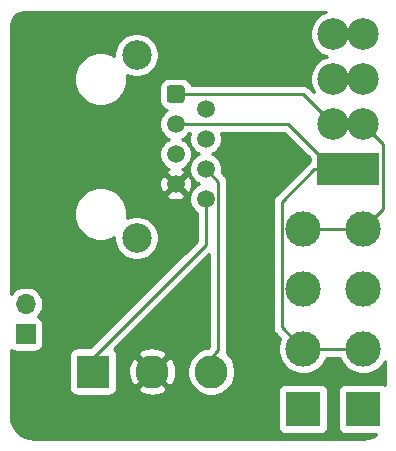
<source format=gbr>
%TF.GenerationSoftware,KiCad,Pcbnew,(5.1.9-0-10_14)*%
%TF.CreationDate,2021-06-18T10:34:29+02:00*%
%TF.ProjectId,RJ45-Terminalblock-Adapter,524a3435-2d54-4657-926d-696e616c626c,rev?*%
%TF.SameCoordinates,Original*%
%TF.FileFunction,Copper,L1,Top*%
%TF.FilePolarity,Positive*%
%FSLAX46Y46*%
G04 Gerber Fmt 4.6, Leading zero omitted, Abs format (unit mm)*
G04 Created by KiCad (PCBNEW (5.1.9-0-10_14)) date 2021-06-18 10:34:29*
%MOMM*%
%LPD*%
G01*
G04 APERTURE LIST*
%TA.AperFunction,ComponentPad*%
%ADD10C,3.000000*%
%TD*%
%TA.AperFunction,ComponentPad*%
%ADD11R,3.000000X3.000000*%
%TD*%
%TA.AperFunction,ComponentPad*%
%ADD12C,2.670000*%
%TD*%
%TA.AperFunction,ComponentPad*%
%ADD13R,2.670000X2.670000*%
%TD*%
%TA.AperFunction,ComponentPad*%
%ADD14C,1.500000*%
%TD*%
%TA.AperFunction,ComponentPad*%
%ADD15C,2.500000*%
%TD*%
%TA.AperFunction,ComponentPad*%
%ADD16R,2.800000X2.800000*%
%TD*%
%TA.AperFunction,ComponentPad*%
%ADD17C,2.800000*%
%TD*%
%TA.AperFunction,ComponentPad*%
%ADD18R,1.700000X1.700000*%
%TD*%
%TA.AperFunction,ComponentPad*%
%ADD19O,1.700000X1.700000*%
%TD*%
%TA.AperFunction,ViaPad*%
%ADD20C,0.800000*%
%TD*%
%TA.AperFunction,Conductor*%
%ADD21C,0.250000*%
%TD*%
%TA.AperFunction,Conductor*%
%ADD22C,0.254000*%
%TD*%
%TA.AperFunction,Conductor*%
%ADD23C,0.100000*%
%TD*%
G04 APERTURE END LIST*
D10*
%TO.P,J3,4*%
%TO.N,/DIR*%
X104140000Y-35560000D03*
%TO.P,J3,3*%
%TO.N,/5V*%
X104140000Y-40640000D03*
%TO.P,J3,2*%
%TO.N,/STEP*%
X104140000Y-45720000D03*
D11*
%TO.P,J3,1*%
%TO.N,/5V*%
X104140000Y-50800000D03*
D10*
%TO.P,J3,4*%
%TO.N,/DIR*%
X99060000Y-35560000D03*
%TO.P,J3,3*%
%TO.N,/5V*%
X99060000Y-40640000D03*
%TO.P,J3,2*%
%TO.N,/STEP*%
X99060000Y-45720000D03*
D11*
%TO.P,J3,1*%
%TO.N,/5V*%
X99060000Y-50800000D03*
%TD*%
D12*
%TO.P,J4,4*%
%TO.N,Net-(J4-Pad4)*%
X104140000Y-19050000D03*
%TO.P,J4,3*%
%TO.N,/5V*%
X104140000Y-22860000D03*
%TO.P,J4,2*%
%TO.N,/DIR*%
X104140000Y-26670000D03*
D13*
%TO.P,J4,1*%
%TO.N,/STEP*%
X104140000Y-30480000D03*
X101600000Y-30480000D03*
D12*
%TO.P,J4,2*%
%TO.N,/DIR*%
X101600000Y-26670000D03*
%TO.P,J4,3*%
%TO.N,/5V*%
X101600000Y-22860000D03*
%TO.P,J4,4*%
%TO.N,Net-(J4-Pad4)*%
X101600000Y-19050000D03*
%TD*%
%TO.P,J1,1*%
%TO.N,/DIR*%
%TA.AperFunction,ComponentPad*%
G36*
G01*
X87765500Y-23380000D02*
X88764500Y-23380000D01*
G75*
G02*
X89015000Y-23630500I0J-250500D01*
G01*
X89015000Y-24629500D01*
G75*
G02*
X88764500Y-24880000I-250500J0D01*
G01*
X87765500Y-24880000D01*
G75*
G02*
X87515000Y-24629500I0J250500D01*
G01*
X87515000Y-23630500D01*
G75*
G02*
X87765500Y-23380000I250500J0D01*
G01*
G37*
%TD.AperFunction*%
D14*
%TO.P,J1,2*%
%TO.N,/5V*%
X90805000Y-25390000D03*
%TO.P,J1,3*%
%TO.N,/STEP*%
X88265000Y-26670000D03*
%TO.P,J1,4*%
%TO.N,Net-(J1-Pad4)*%
X90805000Y-27930000D03*
%TO.P,J1,5*%
%TO.N,Net-(J1-Pad5)*%
X88265000Y-29210000D03*
%TO.P,J1,6*%
%TO.N,/END_SW_2*%
X90805000Y-30470000D03*
%TO.P,J1,7*%
%TO.N,/GND*%
X88265000Y-31750000D03*
D15*
%TO.P,J1,SH*%
%TO.N,N/C*%
X84955000Y-20825000D03*
D14*
%TO.P,J1,8*%
%TO.N,/END_SW_1*%
X90805000Y-33010000D03*
D15*
%TO.P,J1,SH*%
%TO.N,N/C*%
X84955000Y-36315000D03*
%TD*%
D16*
%TO.P,J2,1*%
%TO.N,/END_SW_1*%
X81280000Y-47625000D03*
D17*
%TO.P,J2,2*%
%TO.N,/GND*%
X86280000Y-47625000D03*
%TO.P,J2,3*%
%TO.N,/END_SW_2*%
X91280000Y-47625000D03*
%TD*%
D18*
%TO.P,J5,1*%
%TO.N,Net-(J1-Pad4)*%
X75565000Y-44450000D03*
D19*
%TO.P,J5,2*%
%TO.N,Net-(J1-Pad5)*%
X75565000Y-41910000D03*
%TD*%
D20*
%TO.N,/GND*%
X77470000Y-26670000D03*
X96520000Y-29210000D03*
%TD*%
D21*
%TO.N,/STEP*%
X97790000Y-26670000D02*
X101600000Y-30480000D01*
X88265000Y-26670000D02*
X97790000Y-26670000D01*
X97234999Y-43894999D02*
X99060000Y-45720000D01*
X97234999Y-33260001D02*
X97234999Y-43894999D01*
X100015000Y-30480000D02*
X97234999Y-33260001D01*
X101600000Y-30480000D02*
X100015000Y-30480000D01*
X99060000Y-45720000D02*
X104140000Y-45720000D01*
%TO.N,/DIR*%
X99060000Y-24130000D02*
X101600000Y-26670000D01*
X88265000Y-24130000D02*
X99060000Y-24130000D01*
X105800001Y-33899999D02*
X104140000Y-35560000D01*
X105800001Y-28330001D02*
X105800001Y-33899999D01*
X104140000Y-26670000D02*
X105800001Y-28330001D01*
X104140000Y-35560000D02*
X99060000Y-35560000D01*
%TO.N,/END_SW_2*%
X91880001Y-45834999D02*
X90090000Y-47625000D01*
X91880001Y-31545001D02*
X91880001Y-45834999D01*
X90805000Y-30470000D02*
X91880001Y-31545001D01*
%TO.N,/END_SW_1*%
X90805000Y-36910000D02*
X80090000Y-47625000D01*
X90805000Y-33010000D02*
X90805000Y-36910000D01*
%TD*%
D22*
%TO.N,/GND*%
X100666855Y-17304209D02*
X100344198Y-17519801D01*
X100069801Y-17794198D01*
X99854209Y-18116855D01*
X99705706Y-18475372D01*
X99630000Y-18855972D01*
X99630000Y-19244028D01*
X99705706Y-19624628D01*
X99854209Y-19983145D01*
X100069801Y-20305802D01*
X100344198Y-20580199D01*
X100666855Y-20795791D01*
X101025372Y-20944294D01*
X101079195Y-20955000D01*
X101025372Y-20965706D01*
X100666855Y-21114209D01*
X100344198Y-21329801D01*
X100069801Y-21604198D01*
X99854209Y-21926855D01*
X99705706Y-22285372D01*
X99630000Y-22665972D01*
X99630000Y-23054028D01*
X99705706Y-23434628D01*
X99854209Y-23793145D01*
X99967503Y-23962701D01*
X99623804Y-23619003D01*
X99600001Y-23589999D01*
X99484276Y-23495026D01*
X99352247Y-23424454D01*
X99208986Y-23380997D01*
X99097333Y-23370000D01*
X99097322Y-23370000D01*
X99060000Y-23366324D01*
X99022678Y-23370000D01*
X89609562Y-23370000D01*
X89585433Y-23290458D01*
X89503321Y-23136836D01*
X89392815Y-23002185D01*
X89258164Y-22891679D01*
X89104542Y-22809567D01*
X88937852Y-22759002D01*
X88764500Y-22741928D01*
X87765500Y-22741928D01*
X87592148Y-22759002D01*
X87425458Y-22809567D01*
X87271836Y-22891679D01*
X87137185Y-23002185D01*
X87026679Y-23136836D01*
X86944567Y-23290458D01*
X86894002Y-23457148D01*
X86876928Y-23630500D01*
X86876928Y-24629500D01*
X86894002Y-24802852D01*
X86944567Y-24969542D01*
X87026679Y-25123164D01*
X87137185Y-25257815D01*
X87271836Y-25368321D01*
X87425458Y-25450433D01*
X87543629Y-25486280D01*
X87382114Y-25594201D01*
X87189201Y-25787114D01*
X87037629Y-26013957D01*
X86933225Y-26266011D01*
X86880000Y-26533589D01*
X86880000Y-26806411D01*
X86933225Y-27073989D01*
X87037629Y-27326043D01*
X87189201Y-27552886D01*
X87382114Y-27745799D01*
X87608957Y-27897371D01*
X87711873Y-27940000D01*
X87608957Y-27982629D01*
X87382114Y-28134201D01*
X87189201Y-28327114D01*
X87037629Y-28553957D01*
X86933225Y-28806011D01*
X86880000Y-29073589D01*
X86880000Y-29346411D01*
X86933225Y-29613989D01*
X87037629Y-29866043D01*
X87189201Y-30092886D01*
X87382114Y-30285799D01*
X87608957Y-30437371D01*
X87708279Y-30478511D01*
X87666168Y-30493723D01*
X87553137Y-30554140D01*
X87487612Y-30793007D01*
X88265000Y-31570395D01*
X89042388Y-30793007D01*
X88976863Y-30554140D01*
X88818523Y-30479836D01*
X88921043Y-30437371D01*
X89147886Y-30285799D01*
X89340799Y-30092886D01*
X89492371Y-29866043D01*
X89596775Y-29613989D01*
X89650000Y-29346411D01*
X89650000Y-29073589D01*
X89596775Y-28806011D01*
X89492371Y-28553957D01*
X89340799Y-28327114D01*
X89147886Y-28134201D01*
X88921043Y-27982629D01*
X88818127Y-27940000D01*
X88921043Y-27897371D01*
X89147886Y-27745799D01*
X89340799Y-27552886D01*
X89422909Y-27430000D01*
X89512994Y-27430000D01*
X89473225Y-27526011D01*
X89420000Y-27793589D01*
X89420000Y-28066411D01*
X89473225Y-28333989D01*
X89577629Y-28586043D01*
X89729201Y-28812886D01*
X89922114Y-29005799D01*
X90148957Y-29157371D01*
X90251873Y-29200000D01*
X90148957Y-29242629D01*
X89922114Y-29394201D01*
X89729201Y-29587114D01*
X89577629Y-29813957D01*
X89473225Y-30066011D01*
X89420000Y-30333589D01*
X89420000Y-30606411D01*
X89473225Y-30873989D01*
X89577629Y-31126043D01*
X89729201Y-31352886D01*
X89922114Y-31545799D01*
X90148957Y-31697371D01*
X90251873Y-31740000D01*
X90148957Y-31782629D01*
X89922114Y-31934201D01*
X89729201Y-32127114D01*
X89577629Y-32353957D01*
X89473225Y-32606011D01*
X89420000Y-32873589D01*
X89420000Y-33146411D01*
X89473225Y-33413989D01*
X89577629Y-33666043D01*
X89729201Y-33892886D01*
X89922114Y-34085799D01*
X90045000Y-34167909D01*
X90045001Y-36595197D01*
X81053271Y-45586928D01*
X79880000Y-45586928D01*
X79755518Y-45599188D01*
X79635820Y-45635498D01*
X79525506Y-45694463D01*
X79428815Y-45773815D01*
X79349463Y-45870506D01*
X79290498Y-45980820D01*
X79254188Y-46100518D01*
X79241928Y-46225000D01*
X79241928Y-49025000D01*
X79254188Y-49149482D01*
X79290498Y-49269180D01*
X79349463Y-49379494D01*
X79428815Y-49476185D01*
X79525506Y-49555537D01*
X79635820Y-49614502D01*
X79755518Y-49650812D01*
X79880000Y-49663072D01*
X82680000Y-49663072D01*
X82804482Y-49650812D01*
X82924180Y-49614502D01*
X83034494Y-49555537D01*
X83131185Y-49476185D01*
X83210537Y-49379494D01*
X83269502Y-49269180D01*
X83305812Y-49149482D01*
X83316058Y-49045447D01*
X85039158Y-49045447D01*
X85183135Y-49350770D01*
X85540892Y-49531597D01*
X85927053Y-49639155D01*
X86326777Y-49669310D01*
X86724704Y-49620904D01*
X87105540Y-49495795D01*
X87376865Y-49350770D01*
X87520842Y-49045447D01*
X86280000Y-47804605D01*
X85039158Y-49045447D01*
X83316058Y-49045447D01*
X83318072Y-49025000D01*
X83318072Y-47671777D01*
X84235690Y-47671777D01*
X84284096Y-48069704D01*
X84409205Y-48450540D01*
X84554230Y-48721865D01*
X84859553Y-48865842D01*
X86100395Y-47625000D01*
X86459605Y-47625000D01*
X87700447Y-48865842D01*
X88005770Y-48721865D01*
X88186597Y-48364108D01*
X88294155Y-47977947D01*
X88324310Y-47578223D01*
X88275904Y-47180296D01*
X88150795Y-46799460D01*
X88005770Y-46528135D01*
X87700447Y-46384158D01*
X86459605Y-47625000D01*
X86100395Y-47625000D01*
X84859553Y-46384158D01*
X84554230Y-46528135D01*
X84373403Y-46885892D01*
X84265845Y-47272053D01*
X84235690Y-47671777D01*
X83318072Y-47671777D01*
X83318072Y-46225000D01*
X83316059Y-46204553D01*
X85039158Y-46204553D01*
X86280000Y-47445395D01*
X87520842Y-46204553D01*
X87376865Y-45899230D01*
X87019108Y-45718403D01*
X86632947Y-45610845D01*
X86233223Y-45580690D01*
X85835296Y-45629096D01*
X85454460Y-45754205D01*
X85183135Y-45899230D01*
X85039158Y-46204553D01*
X83316059Y-46204553D01*
X83305812Y-46100518D01*
X83269502Y-45980820D01*
X83210537Y-45870506D01*
X83131185Y-45773815D01*
X83067912Y-45721889D01*
X91120001Y-37669801D01*
X91120002Y-45520196D01*
X91042905Y-45597293D01*
X90686413Y-45668204D01*
X90316066Y-45821607D01*
X89982763Y-46044313D01*
X89699313Y-46327763D01*
X89476607Y-46661066D01*
X89323204Y-47031413D01*
X89245000Y-47424570D01*
X89245000Y-47825430D01*
X89323204Y-48218587D01*
X89476607Y-48588934D01*
X89699313Y-48922237D01*
X89982763Y-49205687D01*
X90316066Y-49428393D01*
X90686413Y-49581796D01*
X91079570Y-49660000D01*
X91480430Y-49660000D01*
X91873587Y-49581796D01*
X92243934Y-49428393D01*
X92436087Y-49300000D01*
X96921928Y-49300000D01*
X96921928Y-52300000D01*
X96934188Y-52424482D01*
X96970498Y-52544180D01*
X97029463Y-52654494D01*
X97108815Y-52751185D01*
X97205506Y-52830537D01*
X97315820Y-52889502D01*
X97435518Y-52925812D01*
X97560000Y-52938072D01*
X100560000Y-52938072D01*
X100684482Y-52925812D01*
X100804180Y-52889502D01*
X100914494Y-52830537D01*
X101011185Y-52751185D01*
X101090537Y-52654494D01*
X101149502Y-52544180D01*
X101185812Y-52424482D01*
X101198072Y-52300000D01*
X101198072Y-49300000D01*
X101185812Y-49175518D01*
X101149502Y-49055820D01*
X101090537Y-48945506D01*
X101011185Y-48848815D01*
X100914494Y-48769463D01*
X100804180Y-48710498D01*
X100684482Y-48674188D01*
X100560000Y-48661928D01*
X97560000Y-48661928D01*
X97435518Y-48674188D01*
X97315820Y-48710498D01*
X97205506Y-48769463D01*
X97108815Y-48848815D01*
X97029463Y-48945506D01*
X96970498Y-49055820D01*
X96934188Y-49175518D01*
X96921928Y-49300000D01*
X92436087Y-49300000D01*
X92577237Y-49205687D01*
X92860687Y-48922237D01*
X93083393Y-48588934D01*
X93236796Y-48218587D01*
X93315000Y-47825430D01*
X93315000Y-47424570D01*
X93236796Y-47031413D01*
X93083393Y-46661066D01*
X92860687Y-46327763D01*
X92602915Y-46069991D01*
X92629004Y-45983985D01*
X92640001Y-45872332D01*
X92640001Y-45872324D01*
X92643677Y-45834999D01*
X92640001Y-45797674D01*
X92640001Y-31582323D01*
X92643677Y-31545001D01*
X92640001Y-31507678D01*
X92640001Y-31507668D01*
X92629004Y-31396015D01*
X92585547Y-31252754D01*
X92549623Y-31185546D01*
X92514975Y-31120724D01*
X92443800Y-31033998D01*
X92420002Y-31005000D01*
X92391005Y-30981203D01*
X92161167Y-30751365D01*
X92190000Y-30606411D01*
X92190000Y-30333589D01*
X92136775Y-30066011D01*
X92032371Y-29813957D01*
X91880799Y-29587114D01*
X91687886Y-29394201D01*
X91461043Y-29242629D01*
X91358127Y-29200000D01*
X91461043Y-29157371D01*
X91687886Y-29005799D01*
X91880799Y-28812886D01*
X92032371Y-28586043D01*
X92136775Y-28333989D01*
X92190000Y-28066411D01*
X92190000Y-27793589D01*
X92136775Y-27526011D01*
X92097006Y-27430000D01*
X97475199Y-27430000D01*
X99626928Y-29581730D01*
X99626928Y-29825674D01*
X99590723Y-29845026D01*
X99516182Y-29906201D01*
X99474999Y-29939999D01*
X99451201Y-29968997D01*
X96724002Y-32696197D01*
X96694998Y-32720000D01*
X96639870Y-32787175D01*
X96600025Y-32835725D01*
X96541156Y-32945860D01*
X96529453Y-32967755D01*
X96485996Y-33111016D01*
X96474999Y-33222669D01*
X96474999Y-33222679D01*
X96471323Y-33260001D01*
X96474999Y-33297323D01*
X96475000Y-43857667D01*
X96471323Y-43894999D01*
X96485997Y-44043984D01*
X96529453Y-44187245D01*
X96600025Y-44319275D01*
X96632641Y-44359017D01*
X96694999Y-44435000D01*
X96723997Y-44458798D01*
X97111140Y-44845941D01*
X97007047Y-45097244D01*
X96925000Y-45509721D01*
X96925000Y-45930279D01*
X97007047Y-46342756D01*
X97167988Y-46731302D01*
X97401637Y-47080983D01*
X97699017Y-47378363D01*
X98048698Y-47612012D01*
X98437244Y-47772953D01*
X98849721Y-47855000D01*
X99270279Y-47855000D01*
X99682756Y-47772953D01*
X100071302Y-47612012D01*
X100420983Y-47378363D01*
X100718363Y-47080983D01*
X100952012Y-46731302D01*
X101056105Y-46480000D01*
X102143895Y-46480000D01*
X102247988Y-46731302D01*
X102481637Y-47080983D01*
X102779017Y-47378363D01*
X103128698Y-47612012D01*
X103517244Y-47772953D01*
X103929721Y-47855000D01*
X104350279Y-47855000D01*
X104762756Y-47772953D01*
X105151302Y-47612012D01*
X105500983Y-47378363D01*
X105798363Y-47080983D01*
X106020001Y-46749278D01*
X106020001Y-48790396D01*
X105994494Y-48769463D01*
X105884180Y-48710498D01*
X105764482Y-48674188D01*
X105640000Y-48661928D01*
X102640000Y-48661928D01*
X102515518Y-48674188D01*
X102395820Y-48710498D01*
X102285506Y-48769463D01*
X102188815Y-48848815D01*
X102109463Y-48945506D01*
X102050498Y-49055820D01*
X102014188Y-49175518D01*
X102001928Y-49300000D01*
X102001928Y-52300000D01*
X102014188Y-52424482D01*
X102050498Y-52544180D01*
X102109463Y-52654494D01*
X102188815Y-52751185D01*
X102285506Y-52830537D01*
X102395820Y-52889502D01*
X102515518Y-52925812D01*
X102640000Y-52938072D01*
X105253452Y-52938072D01*
X105189514Y-52990965D01*
X104867304Y-53165184D01*
X104517385Y-53273502D01*
X104122557Y-53315000D01*
X76232279Y-53315000D01*
X75835455Y-53276091D01*
X75484794Y-53170220D01*
X75161377Y-52998257D01*
X74877518Y-52766748D01*
X74644035Y-52484514D01*
X74469816Y-52162304D01*
X74361498Y-51812385D01*
X74320000Y-51417557D01*
X74320000Y-45797295D01*
X74360506Y-45830537D01*
X74470820Y-45889502D01*
X74590518Y-45925812D01*
X74715000Y-45938072D01*
X76415000Y-45938072D01*
X76539482Y-45925812D01*
X76659180Y-45889502D01*
X76769494Y-45830537D01*
X76866185Y-45751185D01*
X76945537Y-45654494D01*
X77004502Y-45544180D01*
X77040812Y-45424482D01*
X77053072Y-45300000D01*
X77053072Y-43600000D01*
X77040812Y-43475518D01*
X77004502Y-43355820D01*
X76945537Y-43245506D01*
X76866185Y-43148815D01*
X76769494Y-43069463D01*
X76659180Y-43010498D01*
X76586620Y-42988487D01*
X76718475Y-42856632D01*
X76880990Y-42613411D01*
X76992932Y-42343158D01*
X77050000Y-42056260D01*
X77050000Y-41763740D01*
X76992932Y-41476842D01*
X76880990Y-41206589D01*
X76718475Y-40963368D01*
X76511632Y-40756525D01*
X76268411Y-40594010D01*
X75998158Y-40482068D01*
X75711260Y-40425000D01*
X75418740Y-40425000D01*
X75131842Y-40482068D01*
X74861589Y-40594010D01*
X74618368Y-40756525D01*
X74411525Y-40963368D01*
X74320000Y-41100345D01*
X74320000Y-34062409D01*
X79645000Y-34062409D01*
X79645000Y-34507591D01*
X79731851Y-34944218D01*
X79902214Y-35355511D01*
X80149544Y-35725666D01*
X80464334Y-36040456D01*
X80834489Y-36287786D01*
X81245782Y-36458149D01*
X81682409Y-36545000D01*
X82127591Y-36545000D01*
X82564218Y-36458149D01*
X82975511Y-36287786D01*
X83070000Y-36224650D01*
X83070000Y-36500656D01*
X83142439Y-36864834D01*
X83284534Y-37207882D01*
X83490825Y-37516618D01*
X83753382Y-37779175D01*
X84062118Y-37985466D01*
X84405166Y-38127561D01*
X84769344Y-38200000D01*
X85140656Y-38200000D01*
X85504834Y-38127561D01*
X85847882Y-37985466D01*
X86156618Y-37779175D01*
X86419175Y-37516618D01*
X86625466Y-37207882D01*
X86767561Y-36864834D01*
X86840000Y-36500656D01*
X86840000Y-36129344D01*
X86767561Y-35765166D01*
X86625466Y-35422118D01*
X86419175Y-35113382D01*
X86156618Y-34850825D01*
X85847882Y-34644534D01*
X85504834Y-34502439D01*
X85140656Y-34430000D01*
X84769344Y-34430000D01*
X84405166Y-34502439D01*
X84144552Y-34610389D01*
X84165000Y-34507591D01*
X84165000Y-34062409D01*
X84078149Y-33625782D01*
X83907786Y-33214489D01*
X83660456Y-32844334D01*
X83523115Y-32706993D01*
X87487612Y-32706993D01*
X87553137Y-32945860D01*
X87800116Y-33061760D01*
X88064960Y-33127250D01*
X88337492Y-33139812D01*
X88607238Y-33098965D01*
X88863832Y-33006277D01*
X88976863Y-32945860D01*
X89042388Y-32706993D01*
X88265000Y-31929605D01*
X87487612Y-32706993D01*
X83523115Y-32706993D01*
X83345666Y-32529544D01*
X82975511Y-32282214D01*
X82564218Y-32111851D01*
X82127591Y-32025000D01*
X81682409Y-32025000D01*
X81245782Y-32111851D01*
X80834489Y-32282214D01*
X80464334Y-32529544D01*
X80149544Y-32844334D01*
X79902214Y-33214489D01*
X79731851Y-33625782D01*
X79645000Y-34062409D01*
X74320000Y-34062409D01*
X74320000Y-31822492D01*
X86875188Y-31822492D01*
X86916035Y-32092238D01*
X87008723Y-32348832D01*
X87069140Y-32461863D01*
X87308007Y-32527388D01*
X88085395Y-31750000D01*
X88444605Y-31750000D01*
X89221993Y-32527388D01*
X89460860Y-32461863D01*
X89576760Y-32214884D01*
X89642250Y-31950040D01*
X89654812Y-31677508D01*
X89613965Y-31407762D01*
X89521277Y-31151168D01*
X89460860Y-31038137D01*
X89221993Y-30972612D01*
X88444605Y-31750000D01*
X88085395Y-31750000D01*
X87308007Y-30972612D01*
X87069140Y-31038137D01*
X86953240Y-31285116D01*
X86887750Y-31549960D01*
X86875188Y-31822492D01*
X74320000Y-31822492D01*
X74320000Y-22632409D01*
X79645000Y-22632409D01*
X79645000Y-23077591D01*
X79731851Y-23514218D01*
X79902214Y-23925511D01*
X80149544Y-24295666D01*
X80464334Y-24610456D01*
X80834489Y-24857786D01*
X81245782Y-25028149D01*
X81682409Y-25115000D01*
X82127591Y-25115000D01*
X82564218Y-25028149D01*
X82975511Y-24857786D01*
X83345666Y-24610456D01*
X83660456Y-24295666D01*
X83907786Y-23925511D01*
X84078149Y-23514218D01*
X84165000Y-23077591D01*
X84165000Y-22632409D01*
X84144552Y-22529611D01*
X84405166Y-22637561D01*
X84769344Y-22710000D01*
X85140656Y-22710000D01*
X85504834Y-22637561D01*
X85847882Y-22495466D01*
X86156618Y-22289175D01*
X86419175Y-22026618D01*
X86625466Y-21717882D01*
X86767561Y-21374834D01*
X86840000Y-21010656D01*
X86840000Y-20639344D01*
X86767561Y-20275166D01*
X86625466Y-19932118D01*
X86419175Y-19623382D01*
X86156618Y-19360825D01*
X85847882Y-19154534D01*
X85504834Y-19012439D01*
X85140656Y-18940000D01*
X84769344Y-18940000D01*
X84405166Y-19012439D01*
X84062118Y-19154534D01*
X83753382Y-19360825D01*
X83490825Y-19623382D01*
X83284534Y-19932118D01*
X83142439Y-20275166D01*
X83070000Y-20639344D01*
X83070000Y-20915350D01*
X82975511Y-20852214D01*
X82564218Y-20681851D01*
X82127591Y-20595000D01*
X81682409Y-20595000D01*
X81245782Y-20681851D01*
X80834489Y-20852214D01*
X80464334Y-21099544D01*
X80149544Y-21414334D01*
X79902214Y-21784489D01*
X79731851Y-22195782D01*
X79645000Y-22632409D01*
X74320000Y-22632409D01*
X74320000Y-18447277D01*
X74346815Y-18173796D01*
X74416867Y-17941774D01*
X74530650Y-17727778D01*
X74683832Y-17539959D01*
X74870577Y-17385470D01*
X75083769Y-17270199D01*
X75315300Y-17198528D01*
X75586725Y-17170000D01*
X100990863Y-17170000D01*
X100666855Y-17304209D01*
%TA.AperFunction,Conductor*%
D23*
G36*
X100666855Y-17304209D02*
G01*
X100344198Y-17519801D01*
X100069801Y-17794198D01*
X99854209Y-18116855D01*
X99705706Y-18475372D01*
X99630000Y-18855972D01*
X99630000Y-19244028D01*
X99705706Y-19624628D01*
X99854209Y-19983145D01*
X100069801Y-20305802D01*
X100344198Y-20580199D01*
X100666855Y-20795791D01*
X101025372Y-20944294D01*
X101079195Y-20955000D01*
X101025372Y-20965706D01*
X100666855Y-21114209D01*
X100344198Y-21329801D01*
X100069801Y-21604198D01*
X99854209Y-21926855D01*
X99705706Y-22285372D01*
X99630000Y-22665972D01*
X99630000Y-23054028D01*
X99705706Y-23434628D01*
X99854209Y-23793145D01*
X99967503Y-23962701D01*
X99623804Y-23619003D01*
X99600001Y-23589999D01*
X99484276Y-23495026D01*
X99352247Y-23424454D01*
X99208986Y-23380997D01*
X99097333Y-23370000D01*
X99097322Y-23370000D01*
X99060000Y-23366324D01*
X99022678Y-23370000D01*
X89609562Y-23370000D01*
X89585433Y-23290458D01*
X89503321Y-23136836D01*
X89392815Y-23002185D01*
X89258164Y-22891679D01*
X89104542Y-22809567D01*
X88937852Y-22759002D01*
X88764500Y-22741928D01*
X87765500Y-22741928D01*
X87592148Y-22759002D01*
X87425458Y-22809567D01*
X87271836Y-22891679D01*
X87137185Y-23002185D01*
X87026679Y-23136836D01*
X86944567Y-23290458D01*
X86894002Y-23457148D01*
X86876928Y-23630500D01*
X86876928Y-24629500D01*
X86894002Y-24802852D01*
X86944567Y-24969542D01*
X87026679Y-25123164D01*
X87137185Y-25257815D01*
X87271836Y-25368321D01*
X87425458Y-25450433D01*
X87543629Y-25486280D01*
X87382114Y-25594201D01*
X87189201Y-25787114D01*
X87037629Y-26013957D01*
X86933225Y-26266011D01*
X86880000Y-26533589D01*
X86880000Y-26806411D01*
X86933225Y-27073989D01*
X87037629Y-27326043D01*
X87189201Y-27552886D01*
X87382114Y-27745799D01*
X87608957Y-27897371D01*
X87711873Y-27940000D01*
X87608957Y-27982629D01*
X87382114Y-28134201D01*
X87189201Y-28327114D01*
X87037629Y-28553957D01*
X86933225Y-28806011D01*
X86880000Y-29073589D01*
X86880000Y-29346411D01*
X86933225Y-29613989D01*
X87037629Y-29866043D01*
X87189201Y-30092886D01*
X87382114Y-30285799D01*
X87608957Y-30437371D01*
X87708279Y-30478511D01*
X87666168Y-30493723D01*
X87553137Y-30554140D01*
X87487612Y-30793007D01*
X88265000Y-31570395D01*
X89042388Y-30793007D01*
X88976863Y-30554140D01*
X88818523Y-30479836D01*
X88921043Y-30437371D01*
X89147886Y-30285799D01*
X89340799Y-30092886D01*
X89492371Y-29866043D01*
X89596775Y-29613989D01*
X89650000Y-29346411D01*
X89650000Y-29073589D01*
X89596775Y-28806011D01*
X89492371Y-28553957D01*
X89340799Y-28327114D01*
X89147886Y-28134201D01*
X88921043Y-27982629D01*
X88818127Y-27940000D01*
X88921043Y-27897371D01*
X89147886Y-27745799D01*
X89340799Y-27552886D01*
X89422909Y-27430000D01*
X89512994Y-27430000D01*
X89473225Y-27526011D01*
X89420000Y-27793589D01*
X89420000Y-28066411D01*
X89473225Y-28333989D01*
X89577629Y-28586043D01*
X89729201Y-28812886D01*
X89922114Y-29005799D01*
X90148957Y-29157371D01*
X90251873Y-29200000D01*
X90148957Y-29242629D01*
X89922114Y-29394201D01*
X89729201Y-29587114D01*
X89577629Y-29813957D01*
X89473225Y-30066011D01*
X89420000Y-30333589D01*
X89420000Y-30606411D01*
X89473225Y-30873989D01*
X89577629Y-31126043D01*
X89729201Y-31352886D01*
X89922114Y-31545799D01*
X90148957Y-31697371D01*
X90251873Y-31740000D01*
X90148957Y-31782629D01*
X89922114Y-31934201D01*
X89729201Y-32127114D01*
X89577629Y-32353957D01*
X89473225Y-32606011D01*
X89420000Y-32873589D01*
X89420000Y-33146411D01*
X89473225Y-33413989D01*
X89577629Y-33666043D01*
X89729201Y-33892886D01*
X89922114Y-34085799D01*
X90045000Y-34167909D01*
X90045001Y-36595197D01*
X81053271Y-45586928D01*
X79880000Y-45586928D01*
X79755518Y-45599188D01*
X79635820Y-45635498D01*
X79525506Y-45694463D01*
X79428815Y-45773815D01*
X79349463Y-45870506D01*
X79290498Y-45980820D01*
X79254188Y-46100518D01*
X79241928Y-46225000D01*
X79241928Y-49025000D01*
X79254188Y-49149482D01*
X79290498Y-49269180D01*
X79349463Y-49379494D01*
X79428815Y-49476185D01*
X79525506Y-49555537D01*
X79635820Y-49614502D01*
X79755518Y-49650812D01*
X79880000Y-49663072D01*
X82680000Y-49663072D01*
X82804482Y-49650812D01*
X82924180Y-49614502D01*
X83034494Y-49555537D01*
X83131185Y-49476185D01*
X83210537Y-49379494D01*
X83269502Y-49269180D01*
X83305812Y-49149482D01*
X83316058Y-49045447D01*
X85039158Y-49045447D01*
X85183135Y-49350770D01*
X85540892Y-49531597D01*
X85927053Y-49639155D01*
X86326777Y-49669310D01*
X86724704Y-49620904D01*
X87105540Y-49495795D01*
X87376865Y-49350770D01*
X87520842Y-49045447D01*
X86280000Y-47804605D01*
X85039158Y-49045447D01*
X83316058Y-49045447D01*
X83318072Y-49025000D01*
X83318072Y-47671777D01*
X84235690Y-47671777D01*
X84284096Y-48069704D01*
X84409205Y-48450540D01*
X84554230Y-48721865D01*
X84859553Y-48865842D01*
X86100395Y-47625000D01*
X86459605Y-47625000D01*
X87700447Y-48865842D01*
X88005770Y-48721865D01*
X88186597Y-48364108D01*
X88294155Y-47977947D01*
X88324310Y-47578223D01*
X88275904Y-47180296D01*
X88150795Y-46799460D01*
X88005770Y-46528135D01*
X87700447Y-46384158D01*
X86459605Y-47625000D01*
X86100395Y-47625000D01*
X84859553Y-46384158D01*
X84554230Y-46528135D01*
X84373403Y-46885892D01*
X84265845Y-47272053D01*
X84235690Y-47671777D01*
X83318072Y-47671777D01*
X83318072Y-46225000D01*
X83316059Y-46204553D01*
X85039158Y-46204553D01*
X86280000Y-47445395D01*
X87520842Y-46204553D01*
X87376865Y-45899230D01*
X87019108Y-45718403D01*
X86632947Y-45610845D01*
X86233223Y-45580690D01*
X85835296Y-45629096D01*
X85454460Y-45754205D01*
X85183135Y-45899230D01*
X85039158Y-46204553D01*
X83316059Y-46204553D01*
X83305812Y-46100518D01*
X83269502Y-45980820D01*
X83210537Y-45870506D01*
X83131185Y-45773815D01*
X83067912Y-45721889D01*
X91120001Y-37669801D01*
X91120002Y-45520196D01*
X91042905Y-45597293D01*
X90686413Y-45668204D01*
X90316066Y-45821607D01*
X89982763Y-46044313D01*
X89699313Y-46327763D01*
X89476607Y-46661066D01*
X89323204Y-47031413D01*
X89245000Y-47424570D01*
X89245000Y-47825430D01*
X89323204Y-48218587D01*
X89476607Y-48588934D01*
X89699313Y-48922237D01*
X89982763Y-49205687D01*
X90316066Y-49428393D01*
X90686413Y-49581796D01*
X91079570Y-49660000D01*
X91480430Y-49660000D01*
X91873587Y-49581796D01*
X92243934Y-49428393D01*
X92436087Y-49300000D01*
X96921928Y-49300000D01*
X96921928Y-52300000D01*
X96934188Y-52424482D01*
X96970498Y-52544180D01*
X97029463Y-52654494D01*
X97108815Y-52751185D01*
X97205506Y-52830537D01*
X97315820Y-52889502D01*
X97435518Y-52925812D01*
X97560000Y-52938072D01*
X100560000Y-52938072D01*
X100684482Y-52925812D01*
X100804180Y-52889502D01*
X100914494Y-52830537D01*
X101011185Y-52751185D01*
X101090537Y-52654494D01*
X101149502Y-52544180D01*
X101185812Y-52424482D01*
X101198072Y-52300000D01*
X101198072Y-49300000D01*
X101185812Y-49175518D01*
X101149502Y-49055820D01*
X101090537Y-48945506D01*
X101011185Y-48848815D01*
X100914494Y-48769463D01*
X100804180Y-48710498D01*
X100684482Y-48674188D01*
X100560000Y-48661928D01*
X97560000Y-48661928D01*
X97435518Y-48674188D01*
X97315820Y-48710498D01*
X97205506Y-48769463D01*
X97108815Y-48848815D01*
X97029463Y-48945506D01*
X96970498Y-49055820D01*
X96934188Y-49175518D01*
X96921928Y-49300000D01*
X92436087Y-49300000D01*
X92577237Y-49205687D01*
X92860687Y-48922237D01*
X93083393Y-48588934D01*
X93236796Y-48218587D01*
X93315000Y-47825430D01*
X93315000Y-47424570D01*
X93236796Y-47031413D01*
X93083393Y-46661066D01*
X92860687Y-46327763D01*
X92602915Y-46069991D01*
X92629004Y-45983985D01*
X92640001Y-45872332D01*
X92640001Y-45872324D01*
X92643677Y-45834999D01*
X92640001Y-45797674D01*
X92640001Y-31582323D01*
X92643677Y-31545001D01*
X92640001Y-31507678D01*
X92640001Y-31507668D01*
X92629004Y-31396015D01*
X92585547Y-31252754D01*
X92549623Y-31185546D01*
X92514975Y-31120724D01*
X92443800Y-31033998D01*
X92420002Y-31005000D01*
X92391005Y-30981203D01*
X92161167Y-30751365D01*
X92190000Y-30606411D01*
X92190000Y-30333589D01*
X92136775Y-30066011D01*
X92032371Y-29813957D01*
X91880799Y-29587114D01*
X91687886Y-29394201D01*
X91461043Y-29242629D01*
X91358127Y-29200000D01*
X91461043Y-29157371D01*
X91687886Y-29005799D01*
X91880799Y-28812886D01*
X92032371Y-28586043D01*
X92136775Y-28333989D01*
X92190000Y-28066411D01*
X92190000Y-27793589D01*
X92136775Y-27526011D01*
X92097006Y-27430000D01*
X97475199Y-27430000D01*
X99626928Y-29581730D01*
X99626928Y-29825674D01*
X99590723Y-29845026D01*
X99516182Y-29906201D01*
X99474999Y-29939999D01*
X99451201Y-29968997D01*
X96724002Y-32696197D01*
X96694998Y-32720000D01*
X96639870Y-32787175D01*
X96600025Y-32835725D01*
X96541156Y-32945860D01*
X96529453Y-32967755D01*
X96485996Y-33111016D01*
X96474999Y-33222669D01*
X96474999Y-33222679D01*
X96471323Y-33260001D01*
X96474999Y-33297323D01*
X96475000Y-43857667D01*
X96471323Y-43894999D01*
X96485997Y-44043984D01*
X96529453Y-44187245D01*
X96600025Y-44319275D01*
X96632641Y-44359017D01*
X96694999Y-44435000D01*
X96723997Y-44458798D01*
X97111140Y-44845941D01*
X97007047Y-45097244D01*
X96925000Y-45509721D01*
X96925000Y-45930279D01*
X97007047Y-46342756D01*
X97167988Y-46731302D01*
X97401637Y-47080983D01*
X97699017Y-47378363D01*
X98048698Y-47612012D01*
X98437244Y-47772953D01*
X98849721Y-47855000D01*
X99270279Y-47855000D01*
X99682756Y-47772953D01*
X100071302Y-47612012D01*
X100420983Y-47378363D01*
X100718363Y-47080983D01*
X100952012Y-46731302D01*
X101056105Y-46480000D01*
X102143895Y-46480000D01*
X102247988Y-46731302D01*
X102481637Y-47080983D01*
X102779017Y-47378363D01*
X103128698Y-47612012D01*
X103517244Y-47772953D01*
X103929721Y-47855000D01*
X104350279Y-47855000D01*
X104762756Y-47772953D01*
X105151302Y-47612012D01*
X105500983Y-47378363D01*
X105798363Y-47080983D01*
X106020001Y-46749278D01*
X106020001Y-48790396D01*
X105994494Y-48769463D01*
X105884180Y-48710498D01*
X105764482Y-48674188D01*
X105640000Y-48661928D01*
X102640000Y-48661928D01*
X102515518Y-48674188D01*
X102395820Y-48710498D01*
X102285506Y-48769463D01*
X102188815Y-48848815D01*
X102109463Y-48945506D01*
X102050498Y-49055820D01*
X102014188Y-49175518D01*
X102001928Y-49300000D01*
X102001928Y-52300000D01*
X102014188Y-52424482D01*
X102050498Y-52544180D01*
X102109463Y-52654494D01*
X102188815Y-52751185D01*
X102285506Y-52830537D01*
X102395820Y-52889502D01*
X102515518Y-52925812D01*
X102640000Y-52938072D01*
X105253452Y-52938072D01*
X105189514Y-52990965D01*
X104867304Y-53165184D01*
X104517385Y-53273502D01*
X104122557Y-53315000D01*
X76232279Y-53315000D01*
X75835455Y-53276091D01*
X75484794Y-53170220D01*
X75161377Y-52998257D01*
X74877518Y-52766748D01*
X74644035Y-52484514D01*
X74469816Y-52162304D01*
X74361498Y-51812385D01*
X74320000Y-51417557D01*
X74320000Y-45797295D01*
X74360506Y-45830537D01*
X74470820Y-45889502D01*
X74590518Y-45925812D01*
X74715000Y-45938072D01*
X76415000Y-45938072D01*
X76539482Y-45925812D01*
X76659180Y-45889502D01*
X76769494Y-45830537D01*
X76866185Y-45751185D01*
X76945537Y-45654494D01*
X77004502Y-45544180D01*
X77040812Y-45424482D01*
X77053072Y-45300000D01*
X77053072Y-43600000D01*
X77040812Y-43475518D01*
X77004502Y-43355820D01*
X76945537Y-43245506D01*
X76866185Y-43148815D01*
X76769494Y-43069463D01*
X76659180Y-43010498D01*
X76586620Y-42988487D01*
X76718475Y-42856632D01*
X76880990Y-42613411D01*
X76992932Y-42343158D01*
X77050000Y-42056260D01*
X77050000Y-41763740D01*
X76992932Y-41476842D01*
X76880990Y-41206589D01*
X76718475Y-40963368D01*
X76511632Y-40756525D01*
X76268411Y-40594010D01*
X75998158Y-40482068D01*
X75711260Y-40425000D01*
X75418740Y-40425000D01*
X75131842Y-40482068D01*
X74861589Y-40594010D01*
X74618368Y-40756525D01*
X74411525Y-40963368D01*
X74320000Y-41100345D01*
X74320000Y-34062409D01*
X79645000Y-34062409D01*
X79645000Y-34507591D01*
X79731851Y-34944218D01*
X79902214Y-35355511D01*
X80149544Y-35725666D01*
X80464334Y-36040456D01*
X80834489Y-36287786D01*
X81245782Y-36458149D01*
X81682409Y-36545000D01*
X82127591Y-36545000D01*
X82564218Y-36458149D01*
X82975511Y-36287786D01*
X83070000Y-36224650D01*
X83070000Y-36500656D01*
X83142439Y-36864834D01*
X83284534Y-37207882D01*
X83490825Y-37516618D01*
X83753382Y-37779175D01*
X84062118Y-37985466D01*
X84405166Y-38127561D01*
X84769344Y-38200000D01*
X85140656Y-38200000D01*
X85504834Y-38127561D01*
X85847882Y-37985466D01*
X86156618Y-37779175D01*
X86419175Y-37516618D01*
X86625466Y-37207882D01*
X86767561Y-36864834D01*
X86840000Y-36500656D01*
X86840000Y-36129344D01*
X86767561Y-35765166D01*
X86625466Y-35422118D01*
X86419175Y-35113382D01*
X86156618Y-34850825D01*
X85847882Y-34644534D01*
X85504834Y-34502439D01*
X85140656Y-34430000D01*
X84769344Y-34430000D01*
X84405166Y-34502439D01*
X84144552Y-34610389D01*
X84165000Y-34507591D01*
X84165000Y-34062409D01*
X84078149Y-33625782D01*
X83907786Y-33214489D01*
X83660456Y-32844334D01*
X83523115Y-32706993D01*
X87487612Y-32706993D01*
X87553137Y-32945860D01*
X87800116Y-33061760D01*
X88064960Y-33127250D01*
X88337492Y-33139812D01*
X88607238Y-33098965D01*
X88863832Y-33006277D01*
X88976863Y-32945860D01*
X89042388Y-32706993D01*
X88265000Y-31929605D01*
X87487612Y-32706993D01*
X83523115Y-32706993D01*
X83345666Y-32529544D01*
X82975511Y-32282214D01*
X82564218Y-32111851D01*
X82127591Y-32025000D01*
X81682409Y-32025000D01*
X81245782Y-32111851D01*
X80834489Y-32282214D01*
X80464334Y-32529544D01*
X80149544Y-32844334D01*
X79902214Y-33214489D01*
X79731851Y-33625782D01*
X79645000Y-34062409D01*
X74320000Y-34062409D01*
X74320000Y-31822492D01*
X86875188Y-31822492D01*
X86916035Y-32092238D01*
X87008723Y-32348832D01*
X87069140Y-32461863D01*
X87308007Y-32527388D01*
X88085395Y-31750000D01*
X88444605Y-31750000D01*
X89221993Y-32527388D01*
X89460860Y-32461863D01*
X89576760Y-32214884D01*
X89642250Y-31950040D01*
X89654812Y-31677508D01*
X89613965Y-31407762D01*
X89521277Y-31151168D01*
X89460860Y-31038137D01*
X89221993Y-30972612D01*
X88444605Y-31750000D01*
X88085395Y-31750000D01*
X87308007Y-30972612D01*
X87069140Y-31038137D01*
X86953240Y-31285116D01*
X86887750Y-31549960D01*
X86875188Y-31822492D01*
X74320000Y-31822492D01*
X74320000Y-22632409D01*
X79645000Y-22632409D01*
X79645000Y-23077591D01*
X79731851Y-23514218D01*
X79902214Y-23925511D01*
X80149544Y-24295666D01*
X80464334Y-24610456D01*
X80834489Y-24857786D01*
X81245782Y-25028149D01*
X81682409Y-25115000D01*
X82127591Y-25115000D01*
X82564218Y-25028149D01*
X82975511Y-24857786D01*
X83345666Y-24610456D01*
X83660456Y-24295666D01*
X83907786Y-23925511D01*
X84078149Y-23514218D01*
X84165000Y-23077591D01*
X84165000Y-22632409D01*
X84144552Y-22529611D01*
X84405166Y-22637561D01*
X84769344Y-22710000D01*
X85140656Y-22710000D01*
X85504834Y-22637561D01*
X85847882Y-22495466D01*
X86156618Y-22289175D01*
X86419175Y-22026618D01*
X86625466Y-21717882D01*
X86767561Y-21374834D01*
X86840000Y-21010656D01*
X86840000Y-20639344D01*
X86767561Y-20275166D01*
X86625466Y-19932118D01*
X86419175Y-19623382D01*
X86156618Y-19360825D01*
X85847882Y-19154534D01*
X85504834Y-19012439D01*
X85140656Y-18940000D01*
X84769344Y-18940000D01*
X84405166Y-19012439D01*
X84062118Y-19154534D01*
X83753382Y-19360825D01*
X83490825Y-19623382D01*
X83284534Y-19932118D01*
X83142439Y-20275166D01*
X83070000Y-20639344D01*
X83070000Y-20915350D01*
X82975511Y-20852214D01*
X82564218Y-20681851D01*
X82127591Y-20595000D01*
X81682409Y-20595000D01*
X81245782Y-20681851D01*
X80834489Y-20852214D01*
X80464334Y-21099544D01*
X80149544Y-21414334D01*
X79902214Y-21784489D01*
X79731851Y-22195782D01*
X79645000Y-22632409D01*
X74320000Y-22632409D01*
X74320000Y-18447277D01*
X74346815Y-18173796D01*
X74416867Y-17941774D01*
X74530650Y-17727778D01*
X74683832Y-17539959D01*
X74870577Y-17385470D01*
X75083769Y-17270199D01*
X75315300Y-17198528D01*
X75586725Y-17170000D01*
X100990863Y-17170000D01*
X100666855Y-17304209D01*
G37*
%TD.AperFunction*%
%TD*%
M02*

</source>
